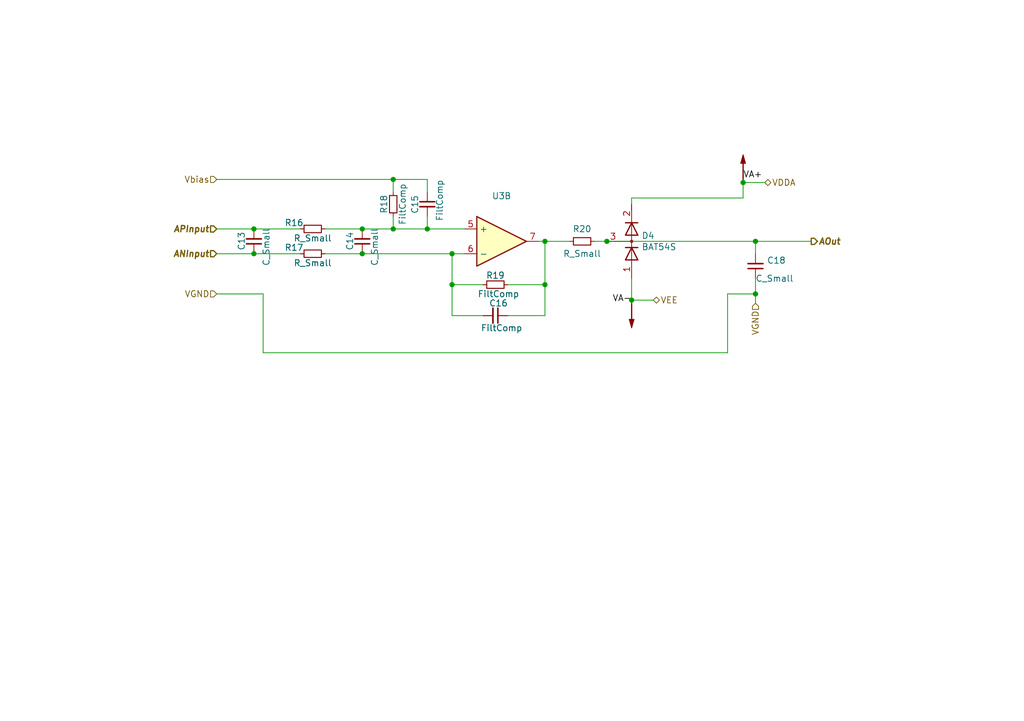
<source format=kicad_sch>
(kicad_sch (version 20250114) (generator "eeschema") (generator_version "9.0")
  (paper "A5")
  (lib_symbols
    (symbol "Device:C_Small" (pin_numbers (hide yes)) (pin_names (offset 0.254) (hide yes))
      (property "Reference" "C" (at 0.254 1.778 0))
      (property "Value" "C_Small" (at 0.254 -2.032 0))
      (symbol "C_Small_0_1"
        (polyline (pts (xy -1.524 0.508) (xy 1.524 0.508)) (stroke (width 0.3048)))
        (polyline (pts (xy -1.524 -0.508) (xy 1.524 -0.508)) (stroke (width 0.3302)))
      )
      (symbol "C_Small_1_1"
        (pin passive line (at 0 2.54 270) (length 2.032) (name "~") (number "1"))
        (pin passive line (at 0 -2.54 90) (length 2.032) (name "~") (number "2"))
      )
    )
    (symbol "Device:R_Small" (pin_numbers (hide yes)) (pin_names (offset 0.254) (hide yes))
      (property "Reference" "R" (at 0.762 0.508 0))
      (property "Value" "R_Small" (at 0.762 -1.016 0))
      (symbol "R_Small_0_1"
        (rectangle (start -0.762 1.778) (end 0.762 -1.778) (stroke (width 0.2032)))
      )
      (symbol "R_Small_1_1"
        (pin passive line (at 0 2.54 270) (length 0.762) (name "~") (number "1"))
        (pin passive line (at 0 -2.54 90) (length 0.762) (name "~") (number "2"))
      )
    )
    (symbol "Graphic:SYM_Arrow_Normal" (in_bom no) (on_board no)
      (symbol "SYM_Arrow_Normal_0_1"
        (polyline (pts (xy 1.524 0) (xy -2.54 0)) (stroke (width 0.254)))
        (polyline (pts (xy 2.54 0) (xy 0.762 -0.508) (xy 0.762 0.508) (xy 2.54 0)) (fill (type outline)))
      )
    )
    (symbol "Sallen-Keys_filter-rescue:D_x2_Serial_AKC-Device" (pin_names (offset 0.762) (hide yes))
      (property "Reference" "D" (at 1.27 -2.54 0))
      (property "Value" "Device_D_x2_Serial_AKC" (at 0 2.54 0))
      (symbol "D_x2_Serial_AKC-Device_0_1"
        (polyline (pts (xy -3.81 1.27) (xy -1.27 0) (xy -3.81 -1.27) (xy -3.81 1.27) (xy -3.81 1.27) (xy -3.81 1.27)) (stroke (width 0.254)))
        (polyline (pts (xy -3.81 0) (xy 3.81 0)))
        (polyline (pts (xy -1.27 -1.27) (xy -1.27 1.27) (xy -1.27 1.27)) (stroke (width 0.254)))
        (polyline (pts (xy 0 0) (xy 0 -2.54)))
        (circle (center 0 0) (radius 0.254) (fill (type outline)))
        (polyline (pts (xy 1.27 1.27) (xy 3.81 0) (xy 1.27 -1.27) (xy 1.27 1.27) (xy 1.27 1.27) (xy 1.27 1.27)) (stroke (width 0.254)))
        (polyline (pts (xy 3.81 1.27) (xy 3.81 -1.27) (xy 3.81 -1.27)) (stroke (width 0.254)))
        (polyline (pts (xy 6.35 0) (xy 7.62 0)))
        (pin passive line (at -7.62 0 0) (length 3.81) (name "A") (number "1"))
        (pin passive line (at 0 -5.08 90) (length 2.54) (name "common") (number "3"))
        (pin passive line (at 7.62 0 180) (length 3.81) (name "K") (number "2"))
      )
    )
    (symbol "Sallen-Keys_filter-rescue:Opamp_Quad_Generic-Device"
      (property "Reference" "U" (at 0 5.08 0))
      (property "Value" "Device_Opamp_Quad_Generic" (at 0 -5.08 0))
      (symbol "Opamp_Quad_Generic-Device_1_1"
        (polyline (pts (xy -5.08 5.08) (xy 5.08 0) (xy -5.08 -5.08) (xy -5.08 5.08)) (stroke (width 0.254)) (fill (type background)))
        (pin input line (at -7.62 2.54 0) (length 2.54) (name "+") (number "3"))
        (pin input line (at -7.62 -2.54 0) (length 2.54) (name "-") (number "2"))
        (pin output line (at 7.62 0 180) (length 2.54) (name "~") (number "1"))
      )
      (symbol "Opamp_Quad_Generic-Device_2_1"
        (polyline (pts (xy -5.08 5.08) (xy 5.08 0) (xy -5.08 -5.08) (xy -5.08 5.08)) (stroke (width 0.254)) (fill (type background)))
        (pin input line (at -7.62 2.54 0) (length 2.54) (name "+") (number "5"))
        (pin input line (at -7.62 -2.54 0) (length 2.54) (name "-") (number "6"))
        (pin output line (at 7.62 0 180) (length 2.54) (name "~") (number "7"))
      )
      (symbol "Opamp_Quad_Generic-Device_3_1"
        (polyline (pts (xy -5.08 5.08) (xy 5.08 0) (xy -5.08 -5.08) (xy -5.08 5.08)) (stroke (width 0.254)) (fill (type background)))
        (pin input line (at -7.62 2.54 0) (length 2.54) (name "+") (number "10"))
        (pin input line (at -7.62 -2.54 0) (length 2.54) (name "-") (number "9"))
        (pin output line (at 7.62 0 180) (length 2.54) (name "~") (number "8"))
      )
      (symbol "Opamp_Quad_Generic-Device_4_1"
        (polyline (pts (xy -5.08 5.08) (xy 5.08 0) (xy -5.08 -5.08) (xy -5.08 5.08)) (stroke (width 0.254)) (fill (type background)))
        (pin input line (at -7.62 2.54 0) (length 2.54) (name "+") (number "12"))
        (pin input line (at -7.62 -2.54 0) (length 2.54) (name "-") (number "13"))
        (pin output line (at 7.62 0 180) (length 2.54) (name "~") (number "14"))
      )
      (symbol "Opamp_Quad_Generic-Device_5_1"
        (pin power_in line (at -2.54 7.62 270) (length 3.81) (name "V+") (number "4"))
        (pin power_in line (at -2.54 -7.62 90) (length 3.81) (name "V-") (number "11"))
      )
    )
  )
  (junction (at 52.07 52.07))
  (junction (at 92.71 58.42))
  (junction (at 74.295 46.99))
  (junction (at 87.63 46.99))
  (junction (at 111.76 58.42))
  (junction (at 80.645 36.83))
  (junction (at 111.76 49.53))
  (junction (at 124.46 49.53))
  (junction (at 80.645 46.99))
  (junction (at 154.94 60.325))
  (junction (at 92.71 52.07))
  (junction (at 154.94 49.53))
  (junction (at 152.4 37.465))
  (junction (at 129.54 61.595))
  (junction (at 74.295 52.07))
  (junction (at 52.07 46.99))
  (wire (pts (xy 129.54 62.23) (xy 129.54 61.595)))
  (wire (pts (xy 80.645 36.83) (xy 87.63 36.83)))
  (wire (pts (xy 52.07 46.99) (xy 61.595 46.99)))
  (wire (pts (xy 44.45 46.99) (xy 52.07 46.99)))
  (wire (pts (xy 154.94 60.325) (xy 154.94 62.23)))
  (wire (pts (xy 74.295 46.99) (xy 80.645 46.99)))
  (wire (pts (xy 52.07 52.07) (xy 61.595 52.07)))
  (wire (pts (xy 121.92 49.53) (xy 124.46 49.53)))
  (wire (pts (xy 80.645 46.99) (xy 87.63 46.99)))
  (wire (pts (xy 44.45 60.325) (xy 53.975 60.325)))
  (wire (pts (xy 110.49 49.53) (xy 111.76 49.53)))
  (wire (pts (xy 129.54 61.595) (xy 133.985 61.595)))
  (wire (pts (xy 152.4 37.465) (xy 156.845 37.465)))
  (wire (pts (xy 111.76 49.53) (xy 116.84 49.53)))
  (wire (pts (xy 149.225 72.39) (xy 149.225 60.325)))
  (wire (pts (xy 149.225 60.325) (xy 154.94 60.325)))
  (wire (pts (xy 44.45 36.83) (xy 80.645 36.83)))
  (wire (pts (xy 53.975 72.39) (xy 149.225 72.39)))
  (wire (pts (xy 44.45 52.07) (xy 52.07 52.07)))
  (wire (pts (xy 152.4 36.83) (xy 152.4 37.465)))
  (wire (pts (xy 129.54 40.64) (xy 152.4 40.64)))
  (wire (pts (xy 124.46 49.53) (xy 154.94 49.53)))
  (wire (pts (xy 104.14 64.77) (xy 111.76 64.77)))
  (wire (pts (xy 80.645 46.99) (xy 80.645 44.45)))
  (wire (pts (xy 99.06 58.42) (xy 92.71 58.42)))
  (wire (pts (xy 154.94 57.15) (xy 154.94 60.325)))
  (wire (pts (xy 87.63 46.99) (xy 95.25 46.99)))
  (wire (pts (xy 111.76 64.77) (xy 111.76 58.42)))
  (wire (pts (xy 80.645 36.83) (xy 80.645 39.37)))
  (wire (pts (xy 87.63 46.99) (xy 87.63 44.45)))
  (wire (pts (xy 92.71 64.77) (xy 92.71 58.42)))
  (wire (pts (xy 87.63 36.83) (xy 87.63 39.37)))
  (wire (pts (xy 74.295 52.07) (xy 92.71 52.07)))
  (wire (pts (xy 99.06 64.77) (xy 92.71 64.77)))
  (wire (pts (xy 66.675 46.99) (xy 74.295 46.99)))
  (wire (pts (xy 92.71 52.07) (xy 92.71 58.42)))
  (wire (pts (xy 129.54 57.15) (xy 129.54 61.595)))
  (wire (pts (xy 129.54 41.91) (xy 129.54 40.64)))
  (wire (pts (xy 104.14 58.42) (xy 111.76 58.42)))
  (wire (pts (xy 111.76 58.42) (xy 111.76 49.53)))
  (wire (pts (xy 53.975 60.325) (xy 53.975 72.39)))
  (wire (pts (xy 154.94 49.53) (xy 166.37 49.53)))
  (wire (pts (xy 154.94 52.07) (xy 154.94 49.53)))
  (wire (pts (xy 66.675 52.07) (xy 74.295 52.07)))
  (wire (pts (xy 152.4 37.465) (xy 152.4 40.64)))
  (wire (pts (xy 92.71 52.07) (xy 95.25 52.07)))
  (label "VA-" (at 129.54 62.23 180))
  (label "VA+" (at 152.4 36.83 0))
  (hierarchical_label "APInput" (shape input) (at 44.45 46.99 180) (effects (font (thickness 0.254) (bold yes) (italic yes))))
  (hierarchical_label "Vbias" (shape input) (at 44.45 36.83 180))
  (hierarchical_label "VGND" (shape input) (at 154.94 62.23 270))
  (hierarchical_label "AOut" (shape output) (at 166.37 49.53 0) (effects (font (thickness 0.254) (bold yes) (italic yes))))
  (hierarchical_label "VEE" (shape bidirectional) (at 133.985 61.595 0))
  (hierarchical_label "VDDA" (shape bidirectional) (at 156.845 37.465 0))
  (hierarchical_label "VGND" (shape input) (at 44.45 60.325 180))
  (hierarchical_label "ANInput" (shape input) (at 44.45 52.07 180) (effects (font (thickness 0.254) (bold yes) (italic yes))))
  (symbol (lib_id "Sallen-Keys_filter-rescue:Opamp_Quad_Generic-Device") (at 102.87 49.53 0) (unit 2)
    (property "Reference" "U3" (at 102.87 40.2082 0))
    (property "Value" "Opamp_Quad_Generic" (effects (hide yes)))
    (property "Footprint" "Package_SO:SOIC-14_3.9x8.7mm_P1.27mm" (effects (hide yes)))
    (instances (project "OPADiffModeTI" (path "" (reference "U3") (unit 2)) (path "" (reference "U3") (unit 3)) (path "" (reference "U3") (unit 4))))
  )
  (symbol (lib_id "Device:R_Small") (at 101.6 58.42 270) (unit 1)
    (property "Reference" "R19" (at 101.6 56.515 90))
    (property "Value" "FiltComp" (at 102.235 60.325 90))
    (property "Footprint" "Resistor_SMD:R_0805_2012Metric" (effects (hide yes)))
    (instances (project "OPADiffModeTI" (path "" (reference "R19") (unit 1)) (path "" (reference "R24") (unit 1)) (path "" (reference "R29") (unit 1))))
  )
  (symbol (lib_id "Device:R_Small") (at 80.645 41.91 0) (unit 1)
    (property "Reference" "R18" (at 78.74 41.91 90))
    (property "Value" "FiltComp" (at 82.55 41.91 90))
    (property "Footprint" "Resistor_SMD:R_0805_2012Metric" (effects (hide yes)))
    (instances (project "OPADiffModeTI" (path "" (reference "R18") (unit 1)) (path "" (reference "R23") (unit 1)) (path "" (reference "R28") (unit 1))))
  )
  (symbol (lib_id "Device:C_Small") (at 101.6 64.77 270) (unit 1)
    (property "Reference" "C16" (at 102.235 62.23 90))
    (property "Value" "FiltComp" (at 102.87 67.31 90))
    (property "Footprint" "Capacitor_SMD:C_1206_3216Metric_Pad1.33x1.80mm_HandSolder" (effects (hide yes)))
    (instances (project "OPADiffModeTI" (path "" (reference "C16") (unit 1)) (path "" (reference "C22") (unit 1)) (path "" (reference "C28") (unit 1))))
  )
  (symbol (lib_id "Device:R_Small") (at 64.135 52.07 90) (unit 1)
    (property "Reference" "R17" (at 60.325 50.8 90))
    (property "Value" "R_Small" (at 64.135 53.975 90))
    (property "Footprint" "Resistor_SMD:R_0805_2012Metric" (effects (hide yes)))
    (instances (project "OPADiffModeTI" (path "" (reference "R17") (unit 1)) (path "" (reference "R22") (unit 1)) (path "" (reference "R27") (unit 1))))
  )
  (symbol (lib_id "Device:R_Small") (at 64.135 46.99 90) (unit 1)
    (property "Reference" "R16" (at 60.325 45.72 90))
    (property "Value" "R_Small" (at 64.135 48.895 90))
    (property "Footprint" "Resistor_SMD:R_0805_2012Metric" (effects (hide yes)))
    (instances (project "OPADiffModeTI" (path "" (reference "R16") (unit 1)) (path "" (reference "R21") (unit 1)) (path "" (reference "R26") (unit 1))))
  )
  (symbol (lib_id "Device:C_Small") (at 87.63 41.91 0) (unit 1)
    (property "Reference" "C15" (at 85.09 40.005 90) (effects (justify right)))
    (property "Value" "FiltComp" (at 90.17 36.83 90) (effects (justify right)))
    (property "Footprint" "Capacitor_SMD:C_1206_3216Metric_Pad1.33x1.80mm_HandSolder" (effects (hide yes)))
    (instances (project "OPADiffModeTI" (path "" (reference "C15") (unit 1)) (path "" (reference "C21") (unit 1)) (path "" (reference "C27") (unit 1))))
  )
  (symbol (lib_id "Device:R_Small") (at 119.38 49.53 270) (unit 1)
    (property "Reference" "R20" (at 119.38 46.99 90))
    (property "Value" "R_Small" (at 119.38 52.07 90))
    (property "Footprint" "Resistor_SMD:R_0805_2012Metric" (effects (hide yes)))
    (instances (project "OPADiffModeTI" (path "" (reference "R20") (unit 1)) (path "" (reference "R25") (unit 1)) (path "" (reference "R30") (unit 1))))
  )
  (symbol (lib_id "Device:C_Small") (at 154.94 54.61 180) (unit 1)
    (property "Reference" "C18" (at 157.2768 53.4416 0) (effects (justify right)))
    (property "Value" "C_Small" (at 154.94 57.15 0) (effects (justify right)))
    (property "Footprint" "Capacitor_SMD:C_1206_3216Metric_Pad1.33x1.80mm_HandSolder" (effects (hide yes)))
    (instances (project "OPADiffModeTI" (path "" (reference "C18") (unit 1)) (path "" (reference "C24") (unit 1)) (path "" (reference "C30") (unit 1))))
  )
  (symbol (lib_id "Sallen-Keys_filter-rescue:D_x2_Serial_AKC-Device") (at 129.54 49.53 270) (mirror x) (unit 1)
    (property "Reference" "D4" (at 131.572 48.3616 90) (effects (justify left)))
    (property "Value" "BAT54S" (at 131.572 50.673 90) (effects (justify left)))
    (property "Footprint" "Package_TO_SOT_SMD:SOT-23" (effects (hide yes)))
    (instances (project "OPADiffModeTI" (path "" (reference "D4") (unit 1)) (path "" (reference "D5") (unit 1)) (path "" (reference "D6") (unit 1))))
  )
  (symbol (lib_id "Graphic:SYM_Arrow_Normal") (at 129.54 64.77 270) (unit 1)
    (property "Reference" "#SYM11" (effects (hide yes)))
    (property "Value" "SYM_Arrow_Normal" (effects (hide yes)))
    (instances (project "OPADiffModeTI" (path "" (reference "#SYM11") (unit 1)) (path "" (reference "#SYM13") (unit 1)) (path "" (reference "#SYM15") (unit 1))))
  )
  (symbol (lib_id "Device:C_Small") (at 52.07 49.53 0) (mirror x) (unit 1)
    (property "Reference" "C13" (at 49.53 51.435 90) (effects (justify right)))
    (property "Value" "C_Small" (at 54.61 54.61 90) (effects (justify right)))
    (property "Footprint" "Capacitor_SMD:C_1206_3216Metric_Pad1.33x1.80mm_HandSolder" (effects (hide yes)))
    (instances (project "OPADiffModeTI" (path "" (reference "C13") (unit 1)) (path "" (reference "C19") (unit 1)) (path "" (reference "C25") (unit 1))))
  )
  (symbol (lib_id "Device:C_Small") (at 74.295 49.53 0) (mirror x) (unit 1)
    (property "Reference" "C14" (at 71.755 51.435 90) (effects (justify right)))
    (property "Value" "C_Small" (at 76.835 54.61 90) (effects (justify right)))
    (property "Footprint" "Capacitor_SMD:C_1206_3216Metric_Pad1.33x1.80mm_HandSolder" (effects (hide yes)))
    (instances (project "OPADiffModeTI" (path "" (reference "C14") (unit 1)) (path "" (reference "C20") (unit 1)) (path "" (reference "C26") (unit 1))))
  )
  (symbol (lib_id "Graphic:SYM_Arrow_Normal") (at 152.4 34.29 90) (unit 1)
    (property "Reference" "#SYM12" (effects (hide yes)))
    (property "Value" "SYM_Arrow_Normal" (effects (hide yes)))
    (instances (project "OPADiffModeTI" (path "" (reference "#SYM12") (unit 1)) (path "" (reference "#SYM14") (unit 1)) (path "" (reference "#SYM16") (unit 1))))
  )
)
</source>
